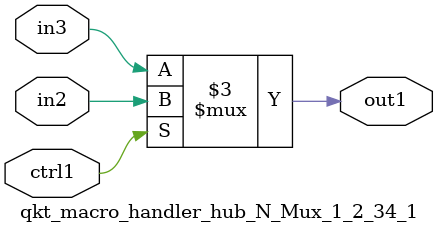
<source format=v>

`timescale 1ps / 1ps


module qkt_macro_handler_hub_N_Mux_1_2_34_1( in3, in2, ctrl1, out1 );

    input in3;
    input in2;
    input ctrl1;
    output out1;
    reg out1;

    
    // rtl_process:qkt_macro_handler_hub_N_Mux_1_2_34_1/qkt_macro_handler_hub_N_Mux_1_2_34_1_thread_1
    always @*
      begin : qkt_macro_handler_hub_N_Mux_1_2_34_1_thread_1
        case (ctrl1) 
          1'b1: 
            begin
              out1 = in2;
            end
          default: 
            begin
              out1 = in3;
            end
        endcase
      end

endmodule


</source>
